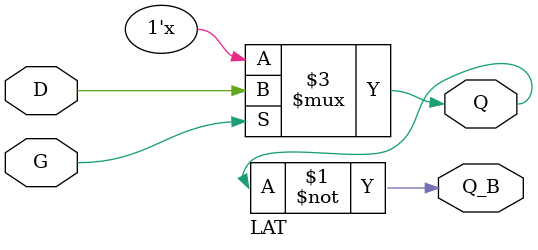
<source format=v>
/* Latch */
module LAT	(D, G, Q, Q_B);
input	D, G;
output	Q, Q_B;
reg		Q;
	assign Q_B = ~Q;
	always @ (D or G)
	if (G)
		Q <= D;
endmodule		
</source>
